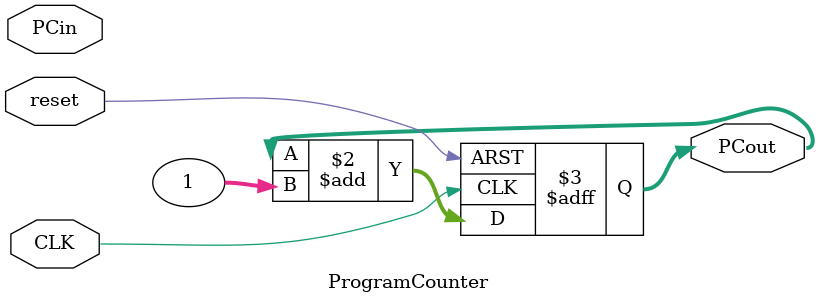
<source format=v>
module ProgramCounter(
  input CLK,
  input reset,
  input [31:0] PCin,
  output reg [31:0] PCout
);

  always @(posedge CLK, posedge reset) begin
    if (reset) begin
      PCout <= 0;
    end
    else begin
      PCout <= PCout + 1;
    end
  end

endmodule

</source>
